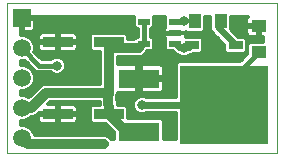
<source format=gtl>
G75*
%MOIN*%
%OFA0B0*%
%FSLAX25Y25*%
%IPPOS*%
%LPD*%
%AMOC8*
5,1,8,0,0,1.08239X$1,22.5*
%
%ADD10C,0.00000*%
%ADD11R,0.10000X0.03500*%
%ADD12R,0.04724X0.02756*%
%ADD13R,0.29528X0.26378*%
%ADD14R,0.13780X0.06299*%
%ADD15R,0.04000X0.05000*%
%ADD16R,0.05900X0.05900*%
%ADD17C,0.05900*%
%ADD18R,0.03937X0.01969*%
%ADD19R,0.05000X0.04000*%
%ADD20C,0.03200*%
%ADD21C,0.01600*%
%ADD22C,0.01200*%
%ADD23C,0.03200*%
%ADD24C,0.02400*%
D10*
X0001600Y0007415D02*
X0001600Y0057415D01*
X0091600Y0057415D01*
X0091600Y0007415D01*
X0001600Y0007415D01*
D11*
X0018600Y0020415D03*
X0035600Y0020415D03*
X0035600Y0044415D03*
X0018600Y0044415D03*
D12*
X0063317Y0043415D03*
X0077883Y0043415D03*
D13*
X0074159Y0023415D03*
D14*
X0045616Y0032273D03*
X0045616Y0014556D03*
D15*
X0064281Y0051415D03*
X0072880Y0051415D03*
D16*
X0006600Y0052415D03*
D17*
X0006600Y0042415D03*
X0006600Y0032415D03*
X0006600Y0022415D03*
X0006600Y0012415D03*
D18*
X0047443Y0043793D03*
X0057679Y0043793D03*
X0057679Y0047533D03*
X0057679Y0051273D03*
X0047443Y0051273D03*
D19*
X0085600Y0049734D03*
X0085600Y0041135D03*
D20*
X0079200Y0049915D03*
X0072600Y0049415D03*
X0060600Y0051415D03*
X0052600Y0047415D03*
X0060600Y0042415D03*
X0070400Y0039515D03*
X0055600Y0027415D03*
X0046600Y0023415D03*
X0054100Y0019715D03*
X0034000Y0010415D03*
X0032600Y0015315D03*
X0010600Y0017315D03*
X0008800Y0027415D03*
X0018400Y0036615D03*
X0024600Y0038415D03*
X0039600Y0038315D03*
X0042600Y0042415D03*
X0043600Y0047415D03*
D21*
X0047443Y0043793D02*
X0046065Y0042415D01*
X0045600Y0042415D01*
X0042600Y0042415D01*
X0047443Y0043793D02*
X0047443Y0051273D01*
X0052600Y0047415D02*
X0057561Y0047415D01*
X0057679Y0047533D01*
X0057679Y0043793D02*
X0059057Y0042415D01*
X0060600Y0042415D01*
X0062317Y0042415D01*
X0063317Y0043415D01*
X0072600Y0049415D02*
X0072880Y0049694D01*
X0072880Y0051415D01*
X0085600Y0041135D02*
X0073600Y0029135D01*
X0073600Y0025415D01*
X0074159Y0024856D01*
X0074159Y0023415D01*
X0018400Y0036615D02*
X0012400Y0036615D01*
X0006600Y0042415D01*
D22*
X0010416Y0044569D02*
X0018325Y0044569D01*
X0018325Y0044690D02*
X0018325Y0044140D01*
X0012000Y0044140D01*
X0012000Y0042454D01*
X0012109Y0042047D01*
X0012320Y0041682D01*
X0012618Y0041384D01*
X0012982Y0041174D01*
X0013389Y0041065D01*
X0018325Y0041065D01*
X0018325Y0044140D01*
X0018875Y0044140D01*
X0018875Y0044690D01*
X0018325Y0044690D01*
X0018325Y0047765D01*
X0013389Y0047765D01*
X0012982Y0047656D01*
X0012618Y0047445D01*
X0012320Y0047147D01*
X0012109Y0046782D01*
X0012000Y0046375D01*
X0012000Y0044690D01*
X0018325Y0044690D01*
X0018875Y0044690D02*
X0018875Y0047765D01*
X0023811Y0047765D01*
X0024218Y0047656D01*
X0024582Y0047445D01*
X0024880Y0047147D01*
X0025091Y0046782D01*
X0025200Y0046375D01*
X0025200Y0044690D01*
X0018875Y0044690D01*
X0018875Y0044569D02*
X0029200Y0044569D01*
X0029200Y0045767D02*
X0025200Y0045767D01*
X0024985Y0046966D02*
X0029421Y0046966D01*
X0029200Y0046745D02*
X0029200Y0042085D01*
X0030020Y0041265D01*
X0032586Y0041265D01*
X0032537Y0030504D01*
X0014192Y0030504D01*
X0013090Y0030047D01*
X0012246Y0029203D01*
X0009105Y0026062D01*
X0009064Y0026102D01*
X0007465Y0026765D01*
X0006200Y0026765D01*
X0006200Y0028065D01*
X0007465Y0028065D01*
X0009064Y0028727D01*
X0010288Y0029951D01*
X0010950Y0031549D01*
X0010950Y0033280D01*
X0010288Y0034879D01*
X0009064Y0036102D01*
X0007465Y0036765D01*
X0006200Y0036765D01*
X0006200Y0038065D01*
X0007465Y0038065D01*
X0007729Y0038174D01*
X0011489Y0034415D01*
X0016357Y0034415D01*
X0016701Y0034071D01*
X0017803Y0033615D01*
X0018997Y0033615D01*
X0020099Y0034071D01*
X0020943Y0034915D01*
X0021400Y0036018D01*
X0021400Y0037211D01*
X0020943Y0038314D01*
X0020099Y0039158D01*
X0018997Y0039615D01*
X0017803Y0039615D01*
X0016701Y0039158D01*
X0016357Y0038815D01*
X0013311Y0038815D01*
X0010841Y0041285D01*
X0010950Y0041549D01*
X0010950Y0043280D01*
X0010288Y0044879D01*
X0009064Y0046102D01*
X0007465Y0046765D01*
X0006200Y0046765D01*
X0006200Y0047865D01*
X0006225Y0047865D01*
X0006225Y0052040D01*
X0006975Y0052040D01*
X0006975Y0052790D01*
X0011150Y0052790D01*
X0011150Y0052815D01*
X0044074Y0052815D01*
X0044074Y0049709D01*
X0044894Y0048889D01*
X0045243Y0048889D01*
X0045243Y0046177D01*
X0044894Y0046177D01*
X0044132Y0045415D01*
X0042000Y0045415D01*
X0042000Y0046745D01*
X0041180Y0047565D01*
X0030020Y0047565D01*
X0029200Y0046745D01*
X0029200Y0043370D02*
X0025200Y0043370D01*
X0025200Y0044140D02*
X0018875Y0044140D01*
X0018875Y0041065D01*
X0023811Y0041065D01*
X0024218Y0041174D01*
X0024582Y0041384D01*
X0024880Y0041682D01*
X0025091Y0042047D01*
X0025200Y0042454D01*
X0025200Y0044140D01*
X0025124Y0042172D02*
X0029200Y0042172D01*
X0032584Y0040973D02*
X0011153Y0040973D01*
X0010950Y0042172D02*
X0012076Y0042172D01*
X0012000Y0043370D02*
X0010913Y0043370D01*
X0012000Y0045767D02*
X0009399Y0045767D01*
X0012215Y0046966D02*
X0006200Y0046966D01*
X0006975Y0047865D02*
X0009761Y0047865D01*
X0010168Y0047974D01*
X0010532Y0048184D01*
X0010830Y0048482D01*
X0011041Y0048847D01*
X0011150Y0049254D01*
X0011150Y0052040D01*
X0006975Y0052040D01*
X0006975Y0047865D01*
X0006975Y0048164D02*
X0006225Y0048164D01*
X0006225Y0049363D02*
X0006975Y0049363D01*
X0006975Y0050561D02*
X0006225Y0050561D01*
X0006225Y0051760D02*
X0006975Y0051760D01*
X0011150Y0051760D02*
X0044074Y0051760D01*
X0044074Y0050561D02*
X0011150Y0050561D01*
X0011150Y0049363D02*
X0044420Y0049363D01*
X0045243Y0048164D02*
X0010497Y0048164D01*
X0018325Y0046966D02*
X0018875Y0046966D01*
X0018875Y0045767D02*
X0018325Y0045767D01*
X0018325Y0043370D02*
X0018875Y0043370D01*
X0018875Y0042172D02*
X0018325Y0042172D01*
X0020681Y0038576D02*
X0032574Y0038576D01*
X0032579Y0039774D02*
X0012351Y0039774D01*
X0008526Y0037377D02*
X0006200Y0037377D01*
X0008879Y0036179D02*
X0009724Y0036179D01*
X0010186Y0034980D02*
X0010923Y0034980D01*
X0010742Y0033782D02*
X0017399Y0033782D01*
X0019401Y0033782D02*
X0032552Y0033782D01*
X0032558Y0034980D02*
X0020970Y0034980D01*
X0021400Y0036179D02*
X0032563Y0036179D01*
X0032568Y0037377D02*
X0021331Y0037377D01*
X0013426Y0030186D02*
X0010385Y0030186D01*
X0010882Y0031385D02*
X0032541Y0031385D01*
X0032547Y0032583D02*
X0010950Y0032583D01*
X0012031Y0028988D02*
X0009325Y0028988D01*
X0010832Y0027789D02*
X0006200Y0027789D01*
X0007885Y0026591D02*
X0009634Y0026591D01*
X0015293Y0023765D02*
X0016032Y0024504D01*
X0032527Y0024504D01*
X0032543Y0023565D01*
X0030020Y0023565D01*
X0029200Y0022745D01*
X0029200Y0018085D01*
X0030020Y0017265D01*
X0034507Y0017265D01*
X0037326Y0014446D01*
X0037326Y0012015D01*
X0036584Y0012015D01*
X0036543Y0012114D01*
X0035699Y0012958D01*
X0034597Y0013415D01*
X0010894Y0013415D01*
X0010288Y0014879D01*
X0009064Y0016102D01*
X0007465Y0016765D01*
X0006200Y0016765D01*
X0006200Y0018065D01*
X0007465Y0018065D01*
X0009064Y0018727D01*
X0009752Y0019415D01*
X0010297Y0019415D01*
X0011399Y0019871D01*
X0012218Y0020690D01*
X0018325Y0020690D01*
X0018325Y0023765D01*
X0015293Y0023765D01*
X0015722Y0024194D02*
X0032532Y0024194D01*
X0029451Y0022995D02*
X0024968Y0022995D01*
X0024880Y0023147D02*
X0024582Y0023445D01*
X0024218Y0023656D01*
X0023811Y0023765D01*
X0018875Y0023765D01*
X0018875Y0020690D01*
X0018325Y0020690D01*
X0018325Y0020140D01*
X0012000Y0020140D01*
X0012000Y0018454D01*
X0012109Y0018047D01*
X0012320Y0017682D01*
X0012618Y0017384D01*
X0012982Y0017174D01*
X0013389Y0017065D01*
X0018325Y0017065D01*
X0018325Y0020140D01*
X0018875Y0020140D01*
X0018875Y0020690D01*
X0025200Y0020690D01*
X0025200Y0022375D01*
X0025091Y0022782D01*
X0024880Y0023147D01*
X0025200Y0021797D02*
X0029200Y0021797D01*
X0029200Y0020598D02*
X0018875Y0020598D01*
X0018875Y0020140D02*
X0025200Y0020140D01*
X0025200Y0018454D01*
X0025091Y0018047D01*
X0024880Y0017682D01*
X0024582Y0017384D01*
X0024218Y0017174D01*
X0023811Y0017065D01*
X0018875Y0017065D01*
X0018875Y0020140D01*
X0018325Y0020598D02*
X0012126Y0020598D01*
X0012000Y0019400D02*
X0009737Y0019400D01*
X0007795Y0018201D02*
X0012068Y0018201D01*
X0009362Y0015804D02*
X0035968Y0015804D01*
X0037166Y0014606D02*
X0010401Y0014606D01*
X0006200Y0017003D02*
X0034769Y0017003D01*
X0029200Y0018201D02*
X0025132Y0018201D01*
X0025200Y0019400D02*
X0029200Y0019400D01*
X0034615Y0013407D02*
X0037326Y0013407D01*
X0037326Y0012209D02*
X0036449Y0012209D01*
X0042000Y0019106D02*
X0042000Y0022745D01*
X0041180Y0023565D01*
X0038544Y0023565D01*
X0038500Y0026017D01*
X0038514Y0026877D01*
X0038521Y0026893D01*
X0038521Y0026900D01*
X0038524Y0026907D01*
X0038524Y0027479D01*
X0038525Y0027523D01*
X0045016Y0027523D01*
X0045016Y0031673D01*
X0046216Y0031673D01*
X0046216Y0032873D01*
X0054105Y0032873D01*
X0054105Y0035633D01*
X0053996Y0036040D01*
X0053786Y0036405D01*
X0053488Y0036703D01*
X0053123Y0036914D01*
X0052716Y0037023D01*
X0046216Y0037023D01*
X0046216Y0032873D01*
X0045016Y0032873D01*
X0045016Y0037023D01*
X0038567Y0037023D01*
X0038577Y0039415D01*
X0046197Y0039415D01*
X0047299Y0039871D01*
X0048143Y0040715D01*
X0048430Y0041408D01*
X0049991Y0041408D01*
X0050811Y0042228D01*
X0050811Y0045357D01*
X0049991Y0046177D01*
X0049643Y0046177D01*
X0049643Y0048889D01*
X0049991Y0048889D01*
X0050811Y0049709D01*
X0050811Y0052815D01*
X0054310Y0052815D01*
X0054310Y0049709D01*
X0054475Y0049544D01*
X0054430Y0049499D01*
X0054219Y0049135D01*
X0054110Y0048728D01*
X0054110Y0047533D01*
X0057679Y0047533D01*
X0061247Y0047533D01*
X0061247Y0047969D01*
X0061701Y0047515D01*
X0066861Y0047515D01*
X0067681Y0048335D01*
X0067681Y0052815D01*
X0069480Y0052815D01*
X0069480Y0048335D01*
X0070027Y0047787D01*
X0070057Y0047715D01*
X0070289Y0047483D01*
X0070396Y0047225D01*
X0071127Y0046494D01*
X0074121Y0043500D01*
X0074121Y0041457D01*
X0074941Y0040637D01*
X0080826Y0040637D01*
X0081646Y0041457D01*
X0081646Y0045373D01*
X0080826Y0046193D01*
X0078782Y0046193D01*
X0076280Y0048696D01*
X0076280Y0052815D01*
X0081918Y0052815D01*
X0081820Y0052716D01*
X0081609Y0052351D01*
X0081500Y0051944D01*
X0081500Y0050134D01*
X0085200Y0050134D01*
X0085200Y0049334D01*
X0081500Y0049334D01*
X0081500Y0047523D01*
X0081609Y0047116D01*
X0081820Y0046751D01*
X0082118Y0046453D01*
X0082482Y0046243D01*
X0082889Y0046134D01*
X0085200Y0046134D01*
X0085200Y0049334D01*
X0086000Y0049334D01*
X0086000Y0046134D01*
X0087000Y0046134D01*
X0087000Y0044535D01*
X0082520Y0044535D01*
X0081700Y0043715D01*
X0081700Y0040346D01*
X0079357Y0038004D01*
X0058815Y0038004D01*
X0057995Y0037184D01*
X0057995Y0026015D01*
X0048162Y0026015D01*
X0047197Y0026415D01*
X0046003Y0026415D01*
X0044901Y0025958D01*
X0044057Y0025114D01*
X0043600Y0024011D01*
X0043600Y0022818D01*
X0044057Y0021715D01*
X0044901Y0020871D01*
X0046003Y0020415D01*
X0047197Y0020415D01*
X0048162Y0020815D01*
X0057995Y0020815D01*
X0057995Y0012015D01*
X0053905Y0012015D01*
X0053905Y0018286D01*
X0053085Y0019106D01*
X0042000Y0019106D01*
X0042000Y0019400D02*
X0057995Y0019400D01*
X0057995Y0018201D02*
X0053905Y0018201D01*
X0053905Y0017003D02*
X0057995Y0017003D01*
X0057995Y0015804D02*
X0053905Y0015804D01*
X0053905Y0014606D02*
X0057995Y0014606D01*
X0057995Y0013407D02*
X0053905Y0013407D01*
X0053905Y0012209D02*
X0057995Y0012209D01*
X0057995Y0020598D02*
X0047640Y0020598D01*
X0045560Y0020598D02*
X0042000Y0020598D01*
X0042000Y0021797D02*
X0044023Y0021797D01*
X0043600Y0022995D02*
X0041749Y0022995D01*
X0043676Y0024194D02*
X0038533Y0024194D01*
X0038512Y0025392D02*
X0044335Y0025392D01*
X0046216Y0027523D02*
X0052716Y0027523D01*
X0053123Y0027632D01*
X0053488Y0027843D01*
X0053786Y0028141D01*
X0053996Y0028506D01*
X0054105Y0028913D01*
X0054105Y0031673D01*
X0046216Y0031673D01*
X0046216Y0027523D01*
X0046216Y0027789D02*
X0045016Y0027789D01*
X0045016Y0028988D02*
X0046216Y0028988D01*
X0046216Y0030186D02*
X0045016Y0030186D01*
X0045016Y0031385D02*
X0046216Y0031385D01*
X0046216Y0032583D02*
X0057995Y0032583D01*
X0057995Y0031385D02*
X0054105Y0031385D01*
X0054105Y0030186D02*
X0057995Y0030186D01*
X0057995Y0028988D02*
X0054105Y0028988D01*
X0053395Y0027789D02*
X0057995Y0027789D01*
X0057995Y0026591D02*
X0038510Y0026591D01*
X0045016Y0033782D02*
X0046216Y0033782D01*
X0046216Y0034980D02*
X0045016Y0034980D01*
X0045016Y0036179D02*
X0046216Y0036179D01*
X0047065Y0039774D02*
X0059135Y0039774D01*
X0058901Y0039871D02*
X0058557Y0040215D01*
X0058145Y0040215D01*
X0056952Y0041408D01*
X0055130Y0041408D01*
X0054310Y0042228D01*
X0054310Y0045357D01*
X0054475Y0045521D01*
X0054430Y0045566D01*
X0054219Y0045931D01*
X0054110Y0046338D01*
X0054110Y0047533D01*
X0057679Y0047533D01*
X0057679Y0047533D01*
X0061247Y0047533D01*
X0061247Y0046338D01*
X0061208Y0046193D01*
X0066259Y0046193D01*
X0067079Y0045373D01*
X0067079Y0041457D01*
X0066259Y0040637D01*
X0063650Y0040637D01*
X0063228Y0040215D01*
X0062643Y0040215D01*
X0062299Y0039871D01*
X0061197Y0039415D01*
X0060003Y0039415D01*
X0058901Y0039871D01*
X0057387Y0040973D02*
X0048250Y0040973D01*
X0050754Y0042172D02*
X0054367Y0042172D01*
X0054310Y0043370D02*
X0050811Y0043370D01*
X0050811Y0044569D02*
X0054310Y0044569D01*
X0054314Y0045767D02*
X0050401Y0045767D01*
X0049643Y0046966D02*
X0054110Y0046966D01*
X0054110Y0048164D02*
X0049643Y0048164D01*
X0050465Y0049363D02*
X0054351Y0049363D01*
X0054310Y0050561D02*
X0050811Y0050561D01*
X0050811Y0051760D02*
X0054310Y0051760D01*
X0057679Y0051273D02*
X0057820Y0051415D01*
X0060600Y0051415D01*
X0064281Y0051415D01*
X0067681Y0051760D02*
X0069480Y0051760D01*
X0069480Y0050561D02*
X0067681Y0050561D01*
X0067681Y0049363D02*
X0069480Y0049363D01*
X0069650Y0048164D02*
X0067510Y0048164D01*
X0070656Y0046966D02*
X0061247Y0046966D01*
X0057679Y0047533D02*
X0057679Y0047533D01*
X0066684Y0045767D02*
X0071854Y0045767D01*
X0073053Y0044569D02*
X0067079Y0044569D01*
X0067079Y0043370D02*
X0074121Y0043370D01*
X0074121Y0042172D02*
X0067079Y0042172D01*
X0066595Y0040973D02*
X0074605Y0040973D01*
X0079930Y0038576D02*
X0038574Y0038576D01*
X0038568Y0037377D02*
X0058189Y0037377D01*
X0057995Y0036179D02*
X0053916Y0036179D01*
X0054105Y0034980D02*
X0057995Y0034980D01*
X0057995Y0033782D02*
X0054105Y0033782D01*
X0062065Y0039774D02*
X0081128Y0039774D01*
X0081162Y0040973D02*
X0081700Y0040973D01*
X0081700Y0042172D02*
X0081646Y0042172D01*
X0081646Y0043370D02*
X0081700Y0043370D01*
X0081646Y0044569D02*
X0087000Y0044569D01*
X0087000Y0045767D02*
X0081251Y0045767D01*
X0081696Y0046966D02*
X0078010Y0046966D01*
X0076811Y0048164D02*
X0081500Y0048164D01*
X0085200Y0048164D02*
X0086000Y0048164D01*
X0086000Y0046966D02*
X0085200Y0046966D01*
X0085200Y0049363D02*
X0076280Y0049363D01*
X0076280Y0050561D02*
X0081500Y0050561D01*
X0081500Y0051760D02*
X0076280Y0051760D01*
X0045243Y0046966D02*
X0041779Y0046966D01*
X0042000Y0045767D02*
X0044484Y0045767D01*
X0018875Y0022995D02*
X0018325Y0022995D01*
X0018325Y0021797D02*
X0018875Y0021797D01*
X0018875Y0019400D02*
X0018325Y0019400D01*
X0018325Y0018201D02*
X0018875Y0018201D01*
D23*
X0009700Y0022415D02*
X0014789Y0027504D01*
X0035524Y0027504D01*
X0035500Y0026015D01*
X0035600Y0020415D01*
X0041458Y0014556D01*
X0045616Y0014556D01*
X0034000Y0010415D02*
X0008600Y0010415D01*
X0006600Y0012415D01*
X0006600Y0022415D02*
X0009700Y0022415D01*
X0035524Y0027504D02*
X0035600Y0044415D01*
X0037600Y0042415D01*
X0045600Y0042415D01*
D24*
X0071600Y0027135D02*
X0071600Y0024415D01*
X0070600Y0023415D01*
X0046600Y0023415D01*
X0071600Y0027135D02*
X0073600Y0029135D01*
X0077883Y0043415D02*
X0072600Y0048698D01*
X0072600Y0049415D01*
M02*

</source>
